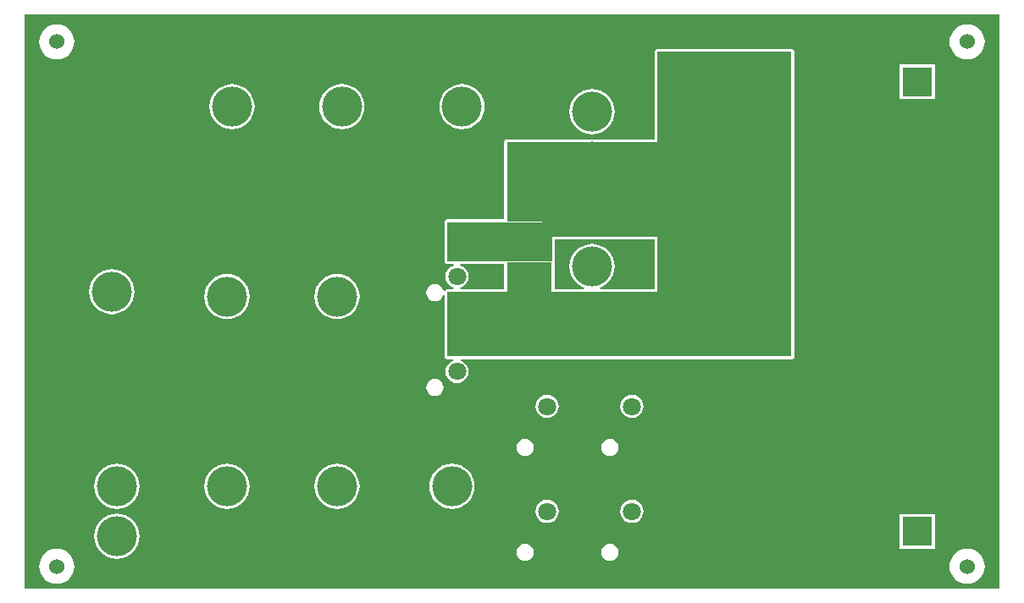
<source format=gtl>
G04 Layer_Physical_Order=1*
G04 Layer_Color=25308*
%FSLAX24Y24*%
%MOIN*%
G70*
G01*
G75*
%ADD10R,0.1772X0.3150*%
%ADD11R,0.6299X0.3740*%
%ADD12R,0.5315X1.2008*%
%ADD13R,0.1772X0.1378*%
%ADD14R,0.4134X0.1575*%
%ADD15R,0.8268X0.2559*%
%ADD16C,0.1575*%
%ADD17C,0.0600*%
%ADD18C,0.0709*%
%ADD19R,0.1181X0.1181*%
G36*
X48126Y37504D02*
X9748D01*
Y60134D01*
X48126D01*
Y37504D01*
D02*
G37*
%LPC*%
G36*
X17717Y42427D02*
X17543Y42410D01*
X17375Y42359D01*
X17221Y42277D01*
X17086Y42166D01*
X16975Y42031D01*
X16893Y41877D01*
X16842Y41709D01*
X16825Y41535D01*
X16842Y41361D01*
X16893Y41194D01*
X16975Y41040D01*
X17086Y40905D01*
X17221Y40794D01*
X17375Y40712D01*
X17543Y40661D01*
X17717Y40644D01*
X17890Y40661D01*
X18058Y40712D01*
X18212Y40794D01*
X18347Y40905D01*
X18458Y41040D01*
X18540Y41194D01*
X18591Y41361D01*
X18608Y41535D01*
X18591Y41709D01*
X18540Y41877D01*
X18458Y42031D01*
X18347Y42166D01*
X18212Y42277D01*
X18058Y42359D01*
X17890Y42410D01*
X17717Y42427D01*
D02*
G37*
G36*
X13386D02*
X13212Y42410D01*
X13045Y42359D01*
X12890Y42277D01*
X12755Y42166D01*
X12644Y42031D01*
X12562Y41877D01*
X12511Y41709D01*
X12494Y41535D01*
X12511Y41361D01*
X12562Y41194D01*
X12644Y41040D01*
X12755Y40905D01*
X12890Y40794D01*
X13045Y40712D01*
X13212Y40661D01*
X13386Y40644D01*
X13560Y40661D01*
X13727Y40712D01*
X13881Y40794D01*
X14016Y40905D01*
X14127Y41040D01*
X14210Y41194D01*
X14260Y41361D01*
X14278Y41535D01*
X14260Y41709D01*
X14210Y41877D01*
X14127Y42031D01*
X14016Y42166D01*
X13881Y42277D01*
X13727Y42359D01*
X13560Y42410D01*
X13386Y42427D01*
D02*
G37*
G36*
X33661Y41009D02*
X33543Y40994D01*
X33432Y40948D01*
X33337Y40875D01*
X33265Y40780D01*
X33219Y40670D01*
X33203Y40551D01*
X33219Y40433D01*
X33265Y40322D01*
X33337Y40227D01*
X33432Y40154D01*
X33543Y40109D01*
X33661Y40093D01*
X33780Y40109D01*
X33891Y40154D01*
X33985Y40227D01*
X34058Y40322D01*
X34104Y40433D01*
X34120Y40551D01*
X34104Y40670D01*
X34058Y40780D01*
X33985Y40875D01*
X33891Y40948D01*
X33780Y40994D01*
X33661Y41009D01*
D02*
G37*
G36*
X22047Y42427D02*
X21873Y42410D01*
X21706Y42359D01*
X21552Y42277D01*
X21417Y42166D01*
X21306Y42031D01*
X21223Y41877D01*
X21173Y41709D01*
X21156Y41535D01*
X21173Y41361D01*
X21223Y41194D01*
X21306Y41040D01*
X21417Y40905D01*
X21552Y40794D01*
X21706Y40712D01*
X21873Y40661D01*
X22047Y40644D01*
X22221Y40661D01*
X22388Y40712D01*
X22543Y40794D01*
X22678Y40905D01*
X22789Y41040D01*
X22871Y41194D01*
X22922Y41361D01*
X22939Y41535D01*
X22922Y41709D01*
X22871Y41877D01*
X22789Y42031D01*
X22678Y42166D01*
X22543Y42277D01*
X22388Y42359D01*
X22221Y42410D01*
X22047Y42427D01*
D02*
G37*
G36*
X32795Y43410D02*
X32708Y43398D01*
X32626Y43365D01*
X32555Y43311D01*
X32502Y43240D01*
X32468Y43159D01*
X32456Y43071D01*
X32468Y42983D01*
X32502Y42901D01*
X32555Y42831D01*
X32626Y42777D01*
X32708Y42743D01*
X32795Y42732D01*
X32883Y42743D01*
X32965Y42777D01*
X33035Y42831D01*
X33089Y42901D01*
X33123Y42983D01*
X33134Y43071D01*
X33123Y43159D01*
X33089Y43240D01*
X33035Y43311D01*
X32965Y43365D01*
X32883Y43398D01*
X32795Y43410D01*
D02*
G37*
G36*
X29449D02*
X29361Y43398D01*
X29279Y43365D01*
X29209Y43311D01*
X29155Y43240D01*
X29121Y43159D01*
X29110Y43071D01*
X29121Y42983D01*
X29155Y42901D01*
X29209Y42831D01*
X29279Y42777D01*
X29361Y42743D01*
X29449Y42732D01*
X29537Y42743D01*
X29618Y42777D01*
X29689Y42831D01*
X29743Y42901D01*
X29776Y42983D01*
X29788Y43071D01*
X29776Y43159D01*
X29743Y43240D01*
X29689Y43311D01*
X29618Y43365D01*
X29537Y43398D01*
X29449Y43410D01*
D02*
G37*
G36*
X26575Y42427D02*
X26401Y42410D01*
X26234Y42359D01*
X26079Y42277D01*
X25944Y42166D01*
X25833Y42031D01*
X25751Y41877D01*
X25700Y41709D01*
X25683Y41535D01*
X25700Y41361D01*
X25751Y41194D01*
X25833Y41040D01*
X25944Y40905D01*
X26079Y40794D01*
X26234Y40712D01*
X26401Y40661D01*
X26575Y40644D01*
X26749Y40661D01*
X26916Y40712D01*
X27070Y40794D01*
X27205Y40905D01*
X27316Y41040D01*
X27399Y41194D01*
X27449Y41361D01*
X27466Y41535D01*
X27449Y41709D01*
X27399Y41877D01*
X27316Y42031D01*
X27205Y42166D01*
X27070Y42277D01*
X26916Y42359D01*
X26749Y42410D01*
X26575Y42427D01*
D02*
G37*
G36*
X29449Y39276D02*
X29361Y39265D01*
X29279Y39231D01*
X29209Y39177D01*
X29155Y39107D01*
X29121Y39025D01*
X29110Y38937D01*
X29121Y38849D01*
X29155Y38767D01*
X29209Y38697D01*
X29279Y38643D01*
X29361Y38609D01*
X29449Y38598D01*
X29537Y38609D01*
X29618Y38643D01*
X29689Y38697D01*
X29743Y38767D01*
X29776Y38849D01*
X29788Y38937D01*
X29776Y39025D01*
X29743Y39107D01*
X29689Y39177D01*
X29618Y39231D01*
X29537Y39265D01*
X29449Y39276D01*
D02*
G37*
G36*
X46850Y39080D02*
X46715Y39066D01*
X46585Y39027D01*
X46465Y38963D01*
X46360Y38876D01*
X46273Y38771D01*
X46209Y38651D01*
X46170Y38521D01*
X46157Y38386D01*
X46170Y38250D01*
X46209Y38120D01*
X46273Y38000D01*
X46360Y37895D01*
X46465Y37809D01*
X46585Y37745D01*
X46715Y37705D01*
X46850Y37692D01*
X46986Y37705D01*
X47116Y37745D01*
X47236Y37809D01*
X47341Y37895D01*
X47427Y38000D01*
X47491Y38120D01*
X47531Y38250D01*
X47544Y38386D01*
X47531Y38521D01*
X47491Y38651D01*
X47427Y38771D01*
X47341Y38876D01*
X47236Y38963D01*
X47116Y39027D01*
X46986Y39066D01*
X46850Y39080D01*
D02*
G37*
G36*
X11024D02*
X10888Y39066D01*
X10758Y39027D01*
X10638Y38963D01*
X10533Y38876D01*
X10447Y38771D01*
X10383Y38651D01*
X10343Y38521D01*
X10330Y38386D01*
X10343Y38250D01*
X10383Y38120D01*
X10447Y38000D01*
X10533Y37895D01*
X10638Y37809D01*
X10758Y37745D01*
X10888Y37705D01*
X11024Y37692D01*
X11159Y37705D01*
X11289Y37745D01*
X11409Y37809D01*
X11514Y37895D01*
X11601Y38000D01*
X11665Y38120D01*
X11704Y38250D01*
X11718Y38386D01*
X11704Y38521D01*
X11665Y38651D01*
X11601Y38771D01*
X11514Y38876D01*
X11409Y38963D01*
X11289Y39027D01*
X11159Y39066D01*
X11024Y39080D01*
D02*
G37*
G36*
X32795Y39276D02*
X32708Y39265D01*
X32626Y39231D01*
X32555Y39177D01*
X32502Y39107D01*
X32468Y39025D01*
X32456Y38937D01*
X32468Y38849D01*
X32502Y38767D01*
X32555Y38697D01*
X32626Y38643D01*
X32708Y38609D01*
X32795Y38598D01*
X32883Y38609D01*
X32965Y38643D01*
X33035Y38697D01*
X33089Y38767D01*
X33123Y38849D01*
X33134Y38937D01*
X33123Y39025D01*
X33089Y39107D01*
X33035Y39177D01*
X32965Y39231D01*
X32883Y39265D01*
X32795Y39276D01*
D02*
G37*
G36*
X30315Y41009D02*
X30196Y40994D01*
X30086Y40948D01*
X29991Y40875D01*
X29918Y40780D01*
X29872Y40670D01*
X29857Y40551D01*
X29872Y40433D01*
X29918Y40322D01*
X29991Y40227D01*
X30086Y40154D01*
X30196Y40109D01*
X30315Y40093D01*
X30434Y40109D01*
X30544Y40154D01*
X30639Y40227D01*
X30712Y40322D01*
X30758Y40433D01*
X30773Y40551D01*
X30758Y40670D01*
X30712Y40780D01*
X30639Y40875D01*
X30544Y40948D01*
X30434Y40994D01*
X30315Y41009D01*
D02*
G37*
G36*
X45572Y40454D02*
X44191D01*
Y39073D01*
X45572D01*
Y40454D01*
D02*
G37*
G36*
X13386Y40459D02*
X13212Y40441D01*
X13045Y40391D01*
X12890Y40308D01*
X12755Y40197D01*
X12644Y40062D01*
X12562Y39908D01*
X12511Y39741D01*
X12494Y39567D01*
X12511Y39393D01*
X12562Y39226D01*
X12644Y39072D01*
X12755Y38936D01*
X12890Y38826D01*
X13045Y38743D01*
X13212Y38692D01*
X13386Y38675D01*
X13560Y38692D01*
X13727Y38743D01*
X13881Y38826D01*
X14016Y38936D01*
X14127Y39072D01*
X14210Y39226D01*
X14260Y39393D01*
X14278Y39567D01*
X14260Y39741D01*
X14210Y39908D01*
X14127Y40062D01*
X14016Y40197D01*
X13881Y40308D01*
X13727Y40391D01*
X13560Y40441D01*
X13386Y40459D01*
D02*
G37*
G36*
X30315Y45143D02*
X30196Y45128D01*
X30086Y45082D01*
X29991Y45009D01*
X29918Y44914D01*
X29872Y44804D01*
X29857Y44685D01*
X29872Y44566D01*
X29918Y44456D01*
X29991Y44361D01*
X30086Y44288D01*
X30196Y44242D01*
X30315Y44227D01*
X30434Y44242D01*
X30544Y44288D01*
X30639Y44361D01*
X30712Y44456D01*
X30758Y44566D01*
X30773Y44685D01*
X30758Y44804D01*
X30712Y44914D01*
X30639Y45009D01*
X30544Y45082D01*
X30434Y45128D01*
X30315Y45143D01*
D02*
G37*
G36*
X22244Y57388D02*
X22070Y57371D01*
X21903Y57320D01*
X21749Y57237D01*
X21614Y57127D01*
X21503Y56991D01*
X21420Y56837D01*
X21370Y56670D01*
X21352Y56496D01*
X21370Y56322D01*
X21420Y56155D01*
X21503Y56001D01*
X21614Y55866D01*
X21749Y55755D01*
X21903Y55672D01*
X22070Y55622D01*
X22244Y55604D01*
X22418Y55622D01*
X22585Y55672D01*
X22739Y55755D01*
X22875Y55866D01*
X22986Y56001D01*
X23068Y56155D01*
X23119Y56322D01*
X23136Y56496D01*
X23119Y56670D01*
X23068Y56837D01*
X22986Y56991D01*
X22875Y57127D01*
X22739Y57237D01*
X22585Y57320D01*
X22418Y57371D01*
X22244Y57388D01*
D02*
G37*
G36*
X17913D02*
X17739Y57371D01*
X17572Y57320D01*
X17418Y57237D01*
X17283Y57127D01*
X17172Y56991D01*
X17090Y56837D01*
X17039Y56670D01*
X17022Y56496D01*
X17039Y56322D01*
X17090Y56155D01*
X17172Y56001D01*
X17283Y55866D01*
X17418Y55755D01*
X17572Y55672D01*
X17739Y55622D01*
X17913Y55604D01*
X18087Y55622D01*
X18255Y55672D01*
X18409Y55755D01*
X18544Y55866D01*
X18655Y56001D01*
X18737Y56155D01*
X18788Y56322D01*
X18805Y56496D01*
X18788Y56670D01*
X18737Y56837D01*
X18655Y56991D01*
X18544Y57127D01*
X18409Y57237D01*
X18255Y57320D01*
X18087Y57371D01*
X17913Y57388D01*
D02*
G37*
G36*
X32087Y57191D02*
X31913Y57174D01*
X31745Y57123D01*
X31591Y57041D01*
X31456Y56930D01*
X31345Y56795D01*
X31263Y56640D01*
X31212Y56473D01*
X31195Y56299D01*
X31212Y56125D01*
X31263Y55958D01*
X31345Y55804D01*
X31456Y55669D01*
X31591Y55558D01*
X31745Y55475D01*
X31913Y55425D01*
X32087Y55408D01*
X32261Y55425D01*
X32428Y55475D01*
X32582Y55558D01*
X32717Y55669D01*
X32828Y55804D01*
X32910Y55958D01*
X32961Y56125D01*
X32978Y56299D01*
X32961Y56473D01*
X32910Y56640D01*
X32828Y56795D01*
X32717Y56930D01*
X32582Y57041D01*
X32428Y57123D01*
X32261Y57174D01*
X32087Y57191D01*
D02*
G37*
G36*
X26969Y57388D02*
X26795Y57371D01*
X26627Y57320D01*
X26473Y57237D01*
X26338Y57127D01*
X26227Y56991D01*
X26145Y56837D01*
X26094Y56670D01*
X26077Y56496D01*
X26094Y56322D01*
X26145Y56155D01*
X26227Y56001D01*
X26338Y55866D01*
X26473Y55755D01*
X26627Y55672D01*
X26795Y55622D01*
X26969Y55604D01*
X27142Y55622D01*
X27310Y55672D01*
X27464Y55755D01*
X27599Y55866D01*
X27710Y56001D01*
X27792Y56155D01*
X27843Y56322D01*
X27860Y56496D01*
X27843Y56670D01*
X27792Y56837D01*
X27710Y56991D01*
X27599Y57127D01*
X27464Y57237D01*
X27310Y57320D01*
X27142Y57371D01*
X26969Y57388D01*
D02*
G37*
G36*
X46850Y59749D02*
X46715Y59736D01*
X46585Y59696D01*
X46465Y59632D01*
X46360Y59546D01*
X46273Y59441D01*
X46209Y59321D01*
X46170Y59190D01*
X46157Y59055D01*
X46170Y58920D01*
X46209Y58790D01*
X46273Y58670D01*
X46360Y58564D01*
X46465Y58478D01*
X46585Y58414D01*
X46715Y58375D01*
X46850Y58361D01*
X46986Y58375D01*
X47116Y58414D01*
X47236Y58478D01*
X47341Y58564D01*
X47427Y58670D01*
X47491Y58790D01*
X47531Y58920D01*
X47544Y59055D01*
X47531Y59190D01*
X47491Y59321D01*
X47427Y59441D01*
X47341Y59546D01*
X47236Y59632D01*
X47116Y59696D01*
X46986Y59736D01*
X46850Y59749D01*
D02*
G37*
G36*
X11024D02*
X10888Y59736D01*
X10758Y59696D01*
X10638Y59632D01*
X10533Y59546D01*
X10447Y59441D01*
X10383Y59321D01*
X10343Y59190D01*
X10330Y59055D01*
X10343Y58920D01*
X10383Y58790D01*
X10447Y58670D01*
X10533Y58564D01*
X10638Y58478D01*
X10758Y58414D01*
X10888Y58375D01*
X11024Y58361D01*
X11159Y58375D01*
X11289Y58414D01*
X11409Y58478D01*
X11514Y58564D01*
X11601Y58670D01*
X11665Y58790D01*
X11704Y58920D01*
X11718Y59055D01*
X11704Y59190D01*
X11665Y59321D01*
X11601Y59441D01*
X11514Y59546D01*
X11409Y59632D01*
X11289Y59696D01*
X11159Y59736D01*
X11024Y59749D01*
D02*
G37*
G36*
X45572Y58171D02*
X44191D01*
Y56790D01*
X45572D01*
Y58171D01*
D02*
G37*
G36*
X39961Y58763D02*
X34646D01*
X34607Y58756D01*
X34574Y58734D01*
X34551Y58700D01*
X34544Y58661D01*
Y55220D01*
X32110D01*
X32087Y55222D01*
X32063Y55220D01*
X28740D01*
X28701Y55212D01*
X28668Y55190D01*
X28646Y55157D01*
X28638Y55118D01*
Y52070D01*
X26378D01*
X26339Y52063D01*
X26306Y52041D01*
X26284Y52008D01*
X26276Y51968D01*
Y50394D01*
X26284Y50355D01*
X26306Y50322D01*
X26339Y50300D01*
X26378Y50292D01*
X26633D01*
X26643Y50242D01*
X26543Y50200D01*
X26448Y50127D01*
X26375Y50032D01*
X26329Y49922D01*
X26313Y49803D01*
X26329Y49685D01*
X26375Y49574D01*
X26448Y49479D01*
X26543Y49406D01*
X26643Y49365D01*
X26633Y49315D01*
X26378D01*
X26339Y49307D01*
X26306Y49285D01*
X26285Y49253D01*
X26280Y49252D01*
X26233Y49258D01*
X26233Y49261D01*
X26199Y49343D01*
X26145Y49413D01*
X26075Y49467D01*
X25993Y49501D01*
X25906Y49512D01*
X25818Y49501D01*
X25736Y49467D01*
X25666Y49413D01*
X25612Y49343D01*
X25578Y49261D01*
X25566Y49173D01*
X25578Y49085D01*
X25612Y49004D01*
X25666Y48933D01*
X25736Y48880D01*
X25818Y48846D01*
X25906Y48834D01*
X25993Y48846D01*
X26075Y48880D01*
X26145Y48933D01*
X26199Y49004D01*
X26226Y49068D01*
X26276Y49058D01*
Y46654D01*
X26284Y46615D01*
X26306Y46581D01*
X26339Y46559D01*
X26378Y46552D01*
X26633D01*
X26643Y46502D01*
X26543Y46460D01*
X26448Y46387D01*
X26375Y46292D01*
X26329Y46182D01*
X26313Y46063D01*
X26329Y45944D01*
X26375Y45834D01*
X26448Y45739D01*
X26543Y45666D01*
X26653Y45620D01*
X26772Y45605D01*
X26890Y45620D01*
X27001Y45666D01*
X27096Y45739D01*
X27169Y45834D01*
X27214Y45944D01*
X27230Y46063D01*
X27214Y46182D01*
X27169Y46292D01*
X27096Y46387D01*
X27001Y46460D01*
X26900Y46502D01*
X26910Y46552D01*
X39961D01*
X40000Y46559D01*
X40033Y46581D01*
X40055Y46615D01*
X40063Y46654D01*
Y58661D01*
X40055Y58700D01*
X40033Y58734D01*
X40000Y58756D01*
X39961Y58763D01*
D02*
G37*
G36*
X17717Y49907D02*
X17543Y49890D01*
X17375Y49840D01*
X17221Y49757D01*
X17086Y49646D01*
X16975Y49511D01*
X16893Y49357D01*
X16842Y49190D01*
X16825Y49016D01*
X16842Y48842D01*
X16893Y48675D01*
X16975Y48520D01*
X17086Y48385D01*
X17221Y48274D01*
X17375Y48192D01*
X17543Y48141D01*
X17717Y48124D01*
X17890Y48141D01*
X18058Y48192D01*
X18212Y48274D01*
X18347Y48385D01*
X18458Y48520D01*
X18540Y48675D01*
X18591Y48842D01*
X18608Y49016D01*
X18591Y49190D01*
X18540Y49357D01*
X18458Y49511D01*
X18347Y49646D01*
X18212Y49757D01*
X18058Y49840D01*
X17890Y49890D01*
X17717Y49907D01*
D02*
G37*
G36*
X25906Y45772D02*
X25818Y45761D01*
X25736Y45727D01*
X25666Y45673D01*
X25612Y45603D01*
X25578Y45521D01*
X25566Y45433D01*
X25578Y45345D01*
X25612Y45264D01*
X25666Y45193D01*
X25736Y45139D01*
X25818Y45106D01*
X25906Y45094D01*
X25993Y45106D01*
X26075Y45139D01*
X26145Y45193D01*
X26199Y45264D01*
X26233Y45345D01*
X26245Y45433D01*
X26233Y45521D01*
X26199Y45603D01*
X26145Y45673D01*
X26075Y45727D01*
X25993Y45761D01*
X25906Y45772D01*
D02*
G37*
G36*
X33661Y45143D02*
X33543Y45128D01*
X33432Y45082D01*
X33337Y45009D01*
X33265Y44914D01*
X33219Y44804D01*
X33203Y44685D01*
X33219Y44566D01*
X33265Y44456D01*
X33337Y44361D01*
X33432Y44288D01*
X33543Y44242D01*
X33661Y44227D01*
X33780Y44242D01*
X33891Y44288D01*
X33985Y44361D01*
X34058Y44456D01*
X34104Y44566D01*
X34120Y44685D01*
X34104Y44804D01*
X34058Y44914D01*
X33985Y45009D01*
X33891Y45082D01*
X33780Y45128D01*
X33661Y45143D01*
D02*
G37*
G36*
X22047Y49907D02*
X21873Y49890D01*
X21706Y49840D01*
X21552Y49757D01*
X21417Y49646D01*
X21306Y49511D01*
X21223Y49357D01*
X21173Y49190D01*
X21156Y49016D01*
X21173Y48842D01*
X21223Y48675D01*
X21306Y48520D01*
X21417Y48385D01*
X21552Y48274D01*
X21706Y48192D01*
X21873Y48141D01*
X22047Y48124D01*
X22221Y48141D01*
X22388Y48192D01*
X22543Y48274D01*
X22678Y48385D01*
X22789Y48520D01*
X22871Y48675D01*
X22922Y48842D01*
X22939Y49016D01*
X22922Y49190D01*
X22871Y49357D01*
X22789Y49511D01*
X22678Y49646D01*
X22543Y49757D01*
X22388Y49840D01*
X22221Y49890D01*
X22047Y49907D01*
D02*
G37*
G36*
X13189Y50104D02*
X13015Y50087D01*
X12848Y50036D01*
X12694Y49954D01*
X12558Y49843D01*
X12448Y49708D01*
X12365Y49554D01*
X12314Y49387D01*
X12297Y49213D01*
X12314Y49039D01*
X12365Y48871D01*
X12448Y48717D01*
X12558Y48582D01*
X12694Y48471D01*
X12848Y48389D01*
X13015Y48338D01*
X13189Y48321D01*
X13363Y48338D01*
X13530Y48389D01*
X13684Y48471D01*
X13820Y48582D01*
X13930Y48717D01*
X14013Y48871D01*
X14064Y49039D01*
X14081Y49213D01*
X14064Y49387D01*
X14013Y49554D01*
X13930Y49708D01*
X13820Y49843D01*
X13684Y49954D01*
X13530Y50036D01*
X13363Y50087D01*
X13189Y50104D01*
D02*
G37*
%LPD*%
G36*
X34544Y49315D02*
X32407D01*
X32400Y49365D01*
X32428Y49373D01*
X32582Y49455D01*
X32717Y49566D01*
X32828Y49701D01*
X32910Y49856D01*
X32961Y50023D01*
X32978Y50197D01*
X32961Y50371D01*
X32910Y50538D01*
X32828Y50692D01*
X32717Y50827D01*
X32582Y50938D01*
X32428Y51021D01*
X32261Y51071D01*
X32087Y51089D01*
X31913Y51071D01*
X31745Y51021D01*
X31591Y50938D01*
X31456Y50827D01*
X31345Y50692D01*
X31263Y50538D01*
X31212Y50371D01*
X31195Y50197D01*
X31212Y50023D01*
X31263Y49856D01*
X31345Y49701D01*
X31456Y49566D01*
X31591Y49455D01*
X31745Y49373D01*
X31773Y49365D01*
X31766Y49315D01*
X30614D01*
Y50394D01*
Y51276D01*
X34544D01*
Y49315D01*
D02*
G37*
G36*
X28638D02*
X26910D01*
X26900Y49365D01*
X27001Y49406D01*
X27096Y49479D01*
X27169Y49574D01*
X27214Y49685D01*
X27230Y49803D01*
X27214Y49922D01*
X27169Y50032D01*
X27096Y50127D01*
X27001Y50200D01*
X26900Y50242D01*
X26910Y50292D01*
X28638D01*
Y49315D01*
D02*
G37*
D10*
X29626Y53543D02*
D03*
D11*
X33268Y53248D02*
D03*
D12*
X37303Y52657D02*
D03*
D13*
X29626Y49705D02*
D03*
D14*
X28445Y51181D02*
D03*
D15*
X30512Y47933D02*
D03*
D16*
X13386Y41535D02*
D03*
Y39567D02*
D03*
Y56299D02*
D03*
Y54331D02*
D03*
X37402Y41732D02*
D03*
X43701Y55512D02*
D03*
X32087Y56299D02*
D03*
Y54331D02*
D03*
Y50197D02*
D03*
Y48228D02*
D03*
X13189Y49213D02*
D03*
Y47244D02*
D03*
X17717Y49016D02*
D03*
Y47047D02*
D03*
X22047Y49016D02*
D03*
Y47047D02*
D03*
X26969Y56496D02*
D03*
Y54528D02*
D03*
X26575Y41535D02*
D03*
Y39567D02*
D03*
X22244Y56496D02*
D03*
Y54528D02*
D03*
X22047Y41535D02*
D03*
Y39567D02*
D03*
X17717Y41535D02*
D03*
Y39567D02*
D03*
X17913Y56496D02*
D03*
Y54528D02*
D03*
D17*
X11024Y59055D02*
D03*
Y38386D02*
D03*
X46850D02*
D03*
Y59055D02*
D03*
D18*
X33661Y40551D02*
D03*
Y39567D02*
D03*
X30315Y40551D02*
D03*
Y39567D02*
D03*
X33661Y44685D02*
D03*
Y43701D02*
D03*
X30315Y44685D02*
D03*
Y43701D02*
D03*
X26772Y50787D02*
D03*
Y49803D02*
D03*
Y47047D02*
D03*
Y46063D02*
D03*
D19*
X36220Y39764D02*
D03*
X44882D02*
D03*
X36220Y57480D02*
D03*
X44882D02*
D03*
M02*

</source>
